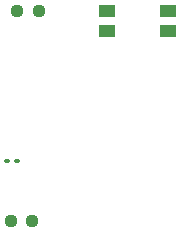
<source format=gbr>
%TF.GenerationSoftware,KiCad,Pcbnew,7.0.10*%
%TF.CreationDate,2024-01-17T15:43:09-08:00*%
%TF.ProjectId,test-1,74657374-2d31-42e6-9b69-6361645f7063,rev?*%
%TF.SameCoordinates,Original*%
%TF.FileFunction,Paste,Bot*%
%TF.FilePolarity,Positive*%
%FSLAX46Y46*%
G04 Gerber Fmt 4.6, Leading zero omitted, Abs format (unit mm)*
G04 Created by KiCad (PCBNEW 7.0.10) date 2024-01-17 15:43:09*
%MOMM*%
%LPD*%
G01*
G04 APERTURE LIST*
G04 Aperture macros list*
%AMRoundRect*
0 Rectangle with rounded corners*
0 $1 Rounding radius*
0 $2 $3 $4 $5 $6 $7 $8 $9 X,Y pos of 4 corners*
0 Add a 4 corners polygon primitive as box body*
4,1,4,$2,$3,$4,$5,$6,$7,$8,$9,$2,$3,0*
0 Add four circle primitives for the rounded corners*
1,1,$1+$1,$2,$3*
1,1,$1+$1,$4,$5*
1,1,$1+$1,$6,$7*
1,1,$1+$1,$8,$9*
0 Add four rect primitives between the rounded corners*
20,1,$1+$1,$2,$3,$4,$5,0*
20,1,$1+$1,$4,$5,$6,$7,0*
20,1,$1+$1,$6,$7,$8,$9,0*
20,1,$1+$1,$8,$9,$2,$3,0*%
G04 Aperture macros list end*
%ADD10RoundRect,0.237500X0.250000X0.237500X-0.250000X0.237500X-0.250000X-0.237500X0.250000X-0.237500X0*%
%ADD11RoundRect,0.090000X0.139000X0.090000X-0.139000X0.090000X-0.139000X-0.090000X0.139000X-0.090000X0*%
%ADD12R,1.450000X1.000000*%
G04 APERTURE END LIST*
D10*
%TO.C,R1*%
X90170000Y-53340000D03*
X88345000Y-53340000D03*
%TD*%
D11*
%TO.C,D1*%
X88900000Y-48260000D03*
X88035000Y-48260000D03*
%TD*%
D12*
%TO.C,SW1*%
X101670000Y-35560000D03*
X96520000Y-35560000D03*
X101670000Y-37260000D03*
X96520000Y-37260000D03*
%TD*%
D10*
%TO.C,R2*%
X90725000Y-35560000D03*
X88900000Y-35560000D03*
%TD*%
M02*

</source>
